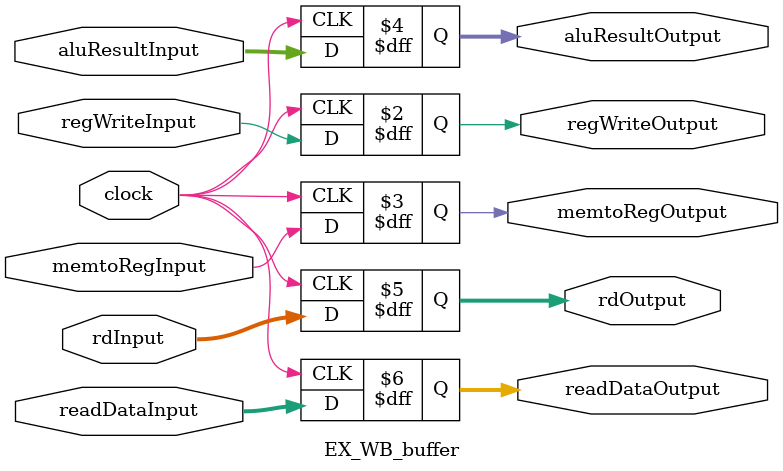
<source format=v>
`timescale 1ns / 1ps


module IF_ID_buffer(clock, instructionInput, instructionOutput, programCounterInput, programCounterOutput);
input clock;
input [31:0] instructionInput;
input [7:0] programCounterInput;
output reg [31:0] instructionOutput;
output reg [7:0]programCounterOutput;

always @(negedge clock)
        begin 
            instructionOutput = instructionInput;
            programCounterOutput = programCounterInput;
        end
endmodule

module ID_EX_buffer(clock, programCounterInput, programCounterOutput, regWriteInput, memtoRegInput, pctoALUInput, immtoALUInput, jumpMemInput, memReadInput, memWriteInput
, regWriteOutput, memtoRegOutput, pctoALUOutput, immtoALUOutput,jumpMemOutput, memReadOutput, memWriteOutput,
rsInput, rsOutput, rtInput, rtOutput, rdInput, rdOutput, immGenInput, immGenOutput, aluOpIn, aluOpOut
);
    input clock;
    input [7:0] programCounterInput;
    output reg [7:0] programCounterOutput;
    
    input [31:0] rsInput;
    input [31:0] rtInput;
    
    output reg [31:0] rsOutput;
    output reg [31:0] rtOutput;
    
    input [5:0] rdInput;
    output reg [5:0] rdOutput;
    
    input [31:0] immGenInput;
    output reg [31:0] immGenOutput; 
    
    input [3:0] aluOpIn;
    output reg [3:0] aluOpOut;
    
    input regWriteInput, memtoRegInput, pctoALUInput, immtoALUInput, jumpMemInput, memReadInput, memWriteInput;
    output reg regWriteOutput;
    output reg memtoRegOutput;
    output reg pctoALUOutput;
    output reg immtoALUOutput;
    output reg jumpMemOutput;
    output reg memReadOutput;
    output reg memWriteOutput;
    always @(negedge clock)
            begin 
               programCounterOutput = programCounterInput;
               rsOutput = rsInput;
               rtOutput = rtInput;
               immGenOutput = immGenInput;
               rdOutput = rdInput;
               regWriteOutput = regWriteInput;
               aluOpOut = aluOpIn;
               memtoRegOutput = memtoRegInput;
               pctoALUOutput = pctoALUInput;
               immtoALUOutput = immtoALUInput;
               jumpMemOutput = jumpMemInput;
               memReadOutput = memReadInput;
               memWriteOutput = memWriteInput;
            end
endmodule

module EX_WB_buffer(clock, regWriteInput, memtoRegInput,aluResultInput, rdInput, readDataInput, rdOutput, regWriteOutput, memtoRegOutput, aluResultOutput, readDataOutput);
input clock, regWriteInput, memtoRegInput;
input [31:0] aluResultInput;
input [5:0] rdInput;
input [31:0] readDataInput;

output reg regWriteOutput, memtoRegOutput;
output reg [31:0] aluResultOutput;
output reg [5:0] rdOutput;
output reg [31:0] readDataOutput;

always @(negedge clock)
    begin
        regWriteOutput = regWriteInput;
        memtoRegOutput = memtoRegInput;
        aluResultOutput = aluResultInput;
        rdOutput = rdInput;
        readDataOutput = readDataInput;
    end
endmodule
</source>
